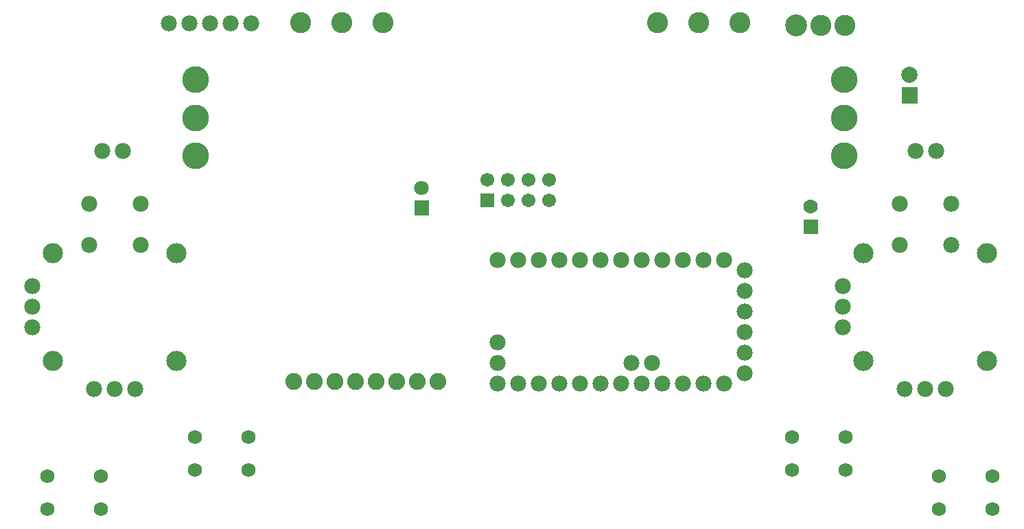
<source format=gbs>
G04 Layer: BottomSolderMaskLayer*
G04 EasyEDA v6.3.41, 2020-05-08T09:10:35+02:00*
G04 d89a9af8d5c5437eb0be35cb3310ab06,10*
G04 Gerber Generator version 0.2*
G04 Scale: 100 percent, Rotated: No, Reflected: No *
G04 Dimensions in millimeters *
G04 leading zeros omitted , absolute positions ,3 integer and 3 decimal *
%FSLAX33Y33*%
%MOMM*%
G90*
G71D02*

%ADD41C,1.981200*%
%ADD42C,1.773199*%
%ADD44C,2.703195*%
%ADD45C,2.603195*%
%ADD47C,2.003196*%
%ADD48C,1.727200*%
%ADD49C,2.489200*%
%ADD51C,1.701800*%
%ADD52C,2.082800*%
%ADD53C,3.303194*%
%ADD54C,1.803197*%

%LPD*%
G54D41*
G01X107513Y23108D03*
G01X107513Y25648D03*
G01X107513Y35808D03*
G01X107513Y33268D03*
G01X107513Y30728D03*
G01X107513Y28188D03*
G01X104973Y21838D03*
G01X102433Y21838D03*
G01X99893Y21838D03*
G01X97353Y21838D03*
G01X94813Y21838D03*
G01X92273Y21838D03*
G01X89733Y21838D03*
G01X87193Y21838D03*
G01X84653Y21838D03*
G01X82113Y21838D03*
G01X79573Y21838D03*
G01X77033Y21838D03*
G01X77033Y37078D03*
G01X79573Y37078D03*
G01X82113Y37078D03*
G01X84653Y37078D03*
G01X87193Y37078D03*
G01X89733Y37078D03*
G01X92273Y37078D03*
G01X94813Y37078D03*
G01X97353Y37078D03*
G01X99893Y37078D03*
G01X102433Y37078D03*
G01X104973Y37078D03*
G01X93543Y24384D03*
G01X96083Y24384D03*
G01X77033Y26918D03*
G01X77033Y24378D03*
G54D42*
G01X115641Y43688D03*
G36*
G01X114754Y40261D02*
G01X114754Y42034D01*
G01X116527Y42034D01*
G01X116527Y40261D01*
G01X114754Y40261D01*
G37*
G54D44*
G01X113863Y66045D03*
G54D45*
G01X119862Y66045D03*
G01X116863Y66045D03*
G54D41*
G01X36464Y66268D03*
G01X39004Y66268D03*
G01X41544Y66268D03*
G01X44084Y66268D03*
G01X46624Y66268D03*
G36*
G01X126832Y56388D02*
G01X126832Y58389D01*
G01X128833Y58389D01*
G01X128833Y56388D01*
G01X126832Y56388D01*
G37*
G54D47*
G01X127833Y59928D03*
G54D41*
G01X28265Y50546D03*
G01X30805Y50546D03*
G01X128595Y50546D03*
G01X131135Y50546D03*
G54D48*
G01X39695Y15240D03*
G01X39695Y11176D03*
G01X46299Y15240D03*
G01X46299Y11176D03*
G54D49*
G01X22158Y37918D03*
G01X37398Y37918D03*
G01X37398Y24608D03*
G01X22158Y24608D03*
G54D41*
G01X32318Y21103D03*
G01X29778Y21103D03*
G01X27238Y21103D03*
G01X19618Y31263D03*
G01X19618Y28723D03*
G01X19618Y33803D03*
G01X32953Y38883D03*
G01X26603Y38883D03*
G01X26603Y43963D03*
G01X32953Y43963D03*
G54D49*
G01X122158Y37918D03*
G01X137398Y37918D03*
G01X137398Y24608D03*
G01X122158Y24608D03*
G54D41*
G01X132318Y21103D03*
G01X129778Y21103D03*
G01X127238Y21103D03*
G01X119618Y31263D03*
G01X119618Y28723D03*
G01X119618Y33803D03*
G01X132953Y38883D03*
G01X126603Y38883D03*
G01X126603Y43963D03*
G01X132953Y43963D03*
G36*
G01X74912Y43599D02*
G01X74912Y45300D01*
G01X76613Y45300D01*
G01X76613Y43599D01*
G01X74912Y43599D01*
G37*
G54D51*
G01X78303Y44450D03*
G01X80843Y44450D03*
G01X83383Y44450D03*
G01X83383Y46990D03*
G01X80843Y46990D03*
G01X78303Y46990D03*
G01X75763Y46990D03*
G54D52*
G01X51887Y22098D03*
G01X54427Y22098D03*
G01X56967Y22098D03*
G01X59507Y22098D03*
G01X62047Y22098D03*
G01X64587Y22098D03*
G01X67127Y22098D03*
G01X69667Y22098D03*
G54D48*
G01X21476Y10346D03*
G01X21476Y6282D03*
G01X28080Y10346D03*
G01X28080Y6282D03*
G01X113355Y15240D03*
G01X113355Y11176D03*
G01X119959Y15240D03*
G01X119959Y11176D03*
G01X131476Y10346D03*
G01X131476Y6282D03*
G01X138080Y10346D03*
G01X138080Y6282D03*
G54D45*
G01X57778Y66314D03*
G01X62858Y66314D03*
G01X52698Y66314D03*
G01X101778Y66314D03*
G01X106858Y66314D03*
G01X96698Y66314D03*
G54D53*
G01X39778Y59314D03*
G01X39778Y54615D03*
G01X39778Y49916D03*
G01X119778Y59314D03*
G01X119778Y54615D03*
G01X119778Y49916D03*
G54D54*
G01X67635Y45974D03*
G36*
G01X66733Y42572D02*
G01X66733Y44376D01*
G01X68536Y44376D01*
G01X68536Y42572D01*
G01X66733Y42572D01*
G37*
M00*
M02*

</source>
